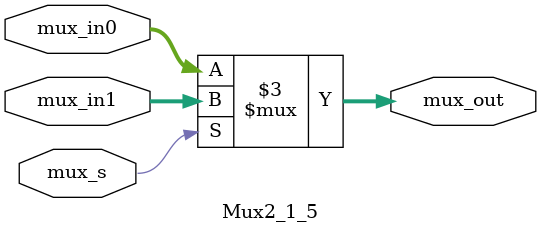
<source format=v>
`timescale 1ns/1ns

module Mux2_1_5(
    input [4:0]mux_in0,
    input [4:0]mux_in1,
    input mux_s,
    output reg[4:0]mux_out

);

always @* mux_out = (!mux_s) ? mux_in0 : mux_in1;

endmodule
</source>
